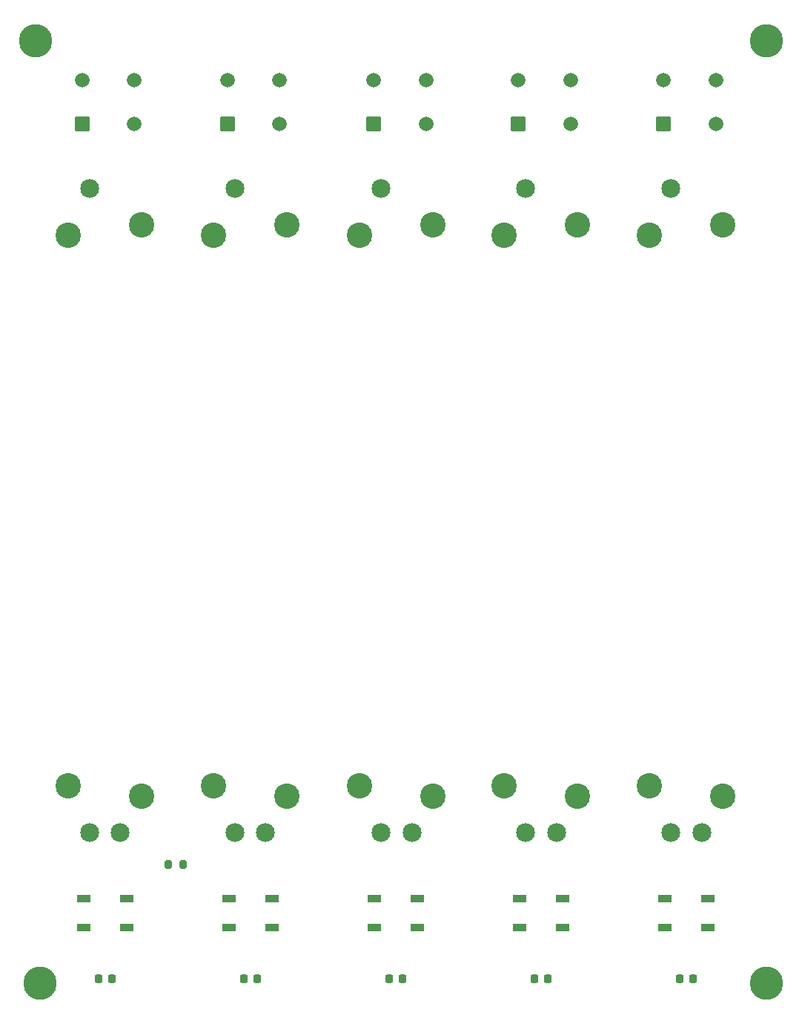
<source format=gbr>
%TF.GenerationSoftware,KiCad,Pcbnew,8.0.1*%
%TF.CreationDate,2024-03-29T21:28:49-04:00*%
%TF.ProjectId,mandreko-deej,6d616e64-7265-46b6-9f2d-6465656a2e6b,rev?*%
%TF.SameCoordinates,Original*%
%TF.FileFunction,Soldermask,Top*%
%TF.FilePolarity,Negative*%
%FSLAX46Y46*%
G04 Gerber Fmt 4.6, Leading zero omitted, Abs format (unit mm)*
G04 Created by KiCad (PCBNEW 8.0.1) date 2024-03-29 21:28:49*
%MOMM*%
%LPD*%
G01*
G04 APERTURE LIST*
G04 Aperture macros list*
%AMRoundRect*
0 Rectangle with rounded corners*
0 $1 Rounding radius*
0 $2 $3 $4 $5 $6 $7 $8 $9 X,Y pos of 4 corners*
0 Add a 4 corners polygon primitive as box body*
4,1,4,$2,$3,$4,$5,$6,$7,$8,$9,$2,$3,0*
0 Add four circle primitives for the rounded corners*
1,1,$1+$1,$2,$3*
1,1,$1+$1,$4,$5*
1,1,$1+$1,$6,$7*
1,1,$1+$1,$8,$9*
0 Add four rect primitives between the rounded corners*
20,1,$1+$1,$2,$3,$4,$5,0*
20,1,$1+$1,$4,$5,$6,$7,0*
20,1,$1+$1,$6,$7,$8,$9,0*
20,1,$1+$1,$8,$9,$2,$3,0*%
G04 Aperture macros list end*
%ADD10RoundRect,0.225000X-0.225000X-0.250000X0.225000X-0.250000X0.225000X0.250000X-0.225000X0.250000X0*%
%ADD11RoundRect,0.102000X-0.729000X-0.729000X0.729000X-0.729000X0.729000X0.729000X-0.729000X0.729000X0*%
%ADD12C,1.662000*%
%ADD13C,3.800000*%
%ADD14C,2.154000*%
%ADD15C,2.904000*%
%ADD16R,1.500000X0.900000*%
%ADD17RoundRect,0.200000X-0.200000X-0.275000X0.200000X-0.275000X0.200000X0.275000X-0.200000X0.275000X0*%
G04 APERTURE END LIST*
D10*
%TO.C,C1*%
X119686900Y-149500000D03*
X118136900Y-149500000D03*
%TD*%
D11*
%TO.C,S2*%
X132873700Y-52000000D03*
D12*
X138873700Y-52000000D03*
X132873700Y-47000000D03*
X138873700Y-47000000D03*
%TD*%
D13*
%TO.C,TopLeftMountingHole*%
X111000000Y-42500000D03*
%TD*%
D14*
%TO.C,R2*%
X133761200Y-132850000D03*
X137261200Y-132850000D03*
X133761200Y-59350000D03*
D15*
X131311200Y-127500000D03*
X139711200Y-128700000D03*
X131311200Y-64700000D03*
X139711200Y-63500000D03*
%TD*%
D11*
%TO.C,S3*%
X149562500Y-52000000D03*
D12*
X155562500Y-52000000D03*
X149562500Y-47000000D03*
X155562500Y-47000000D03*
%TD*%
D13*
%TO.C,TopRightMountingHole*%
X194500000Y-42500000D03*
%TD*%
D14*
%TO.C,R3*%
X150450000Y-132850000D03*
X153950000Y-132850000D03*
X150450000Y-59350000D03*
D15*
X148000000Y-127500000D03*
X156400000Y-128700000D03*
X148000000Y-64700000D03*
X156400000Y-63500000D03*
%TD*%
D10*
%TO.C,C5*%
X184534000Y-149500000D03*
X186084000Y-149500000D03*
%TD*%
D16*
%TO.C,D2*%
X133061200Y-140350000D03*
X133061200Y-143650000D03*
X137961200Y-143650000D03*
X137961200Y-140350000D03*
%TD*%
D17*
%TO.C,R6*%
X126175000Y-136500000D03*
X127825000Y-136500000D03*
%TD*%
D11*
%TO.C,S4*%
X166072200Y-52000000D03*
D12*
X172072200Y-52000000D03*
X166072200Y-47000000D03*
X172072200Y-47000000D03*
%TD*%
D14*
%TO.C,R1*%
X117161900Y-132850000D03*
X120661900Y-132850000D03*
X117161900Y-59350000D03*
D15*
X114711900Y-127500000D03*
X123111900Y-128700000D03*
X114711900Y-64700000D03*
X123111900Y-63500000D03*
%TD*%
D11*
%TO.C,S1*%
X116274400Y-52000000D03*
D12*
X122274400Y-52000000D03*
X116274400Y-47000000D03*
X122274400Y-47000000D03*
%TD*%
D16*
%TO.C,D5*%
X182859000Y-140350000D03*
X182859000Y-143650000D03*
X187759000Y-143650000D03*
X187759000Y-140350000D03*
%TD*%
D10*
%TO.C,C4*%
X167934700Y-149500000D03*
X169484700Y-149500000D03*
%TD*%
D16*
%TO.C,D1*%
X121361900Y-140350000D03*
X121361900Y-143650000D03*
X116461900Y-143650000D03*
X116461900Y-140350000D03*
%TD*%
%TO.C,D4*%
X166259700Y-140350000D03*
X166259700Y-143650000D03*
X171159700Y-143650000D03*
X171159700Y-140350000D03*
%TD*%
D13*
%TO.C,BottomRightMountingHole*%
X194500000Y-150000000D03*
%TD*%
D16*
%TO.C,D3*%
X149660500Y-140350000D03*
X149660500Y-143650000D03*
X154560500Y-143650000D03*
X154560500Y-140350000D03*
%TD*%
D11*
%TO.C,S5*%
X182671500Y-52000000D03*
D12*
X188671500Y-52000000D03*
X182671500Y-47000000D03*
X188671500Y-47000000D03*
%TD*%
D14*
%TO.C,R4*%
X166959700Y-132850000D03*
X170459700Y-132850000D03*
X166959700Y-59350000D03*
D15*
X164509700Y-127500000D03*
X172909700Y-128700000D03*
X164509700Y-64700000D03*
X172909700Y-63500000D03*
%TD*%
D10*
%TO.C,C2*%
X134736200Y-149500000D03*
X136286200Y-149500000D03*
%TD*%
D13*
%TO.C,BottomLeftMountingHole*%
X111500000Y-150000000D03*
%TD*%
D14*
%TO.C,R5*%
X183559000Y-132850000D03*
X187059000Y-132850000D03*
X183559000Y-59350000D03*
D15*
X181109000Y-127500000D03*
X189509000Y-128700000D03*
X181109000Y-64700000D03*
X189509000Y-63500000D03*
%TD*%
D10*
%TO.C,C3*%
X151335500Y-149500000D03*
X152885500Y-149500000D03*
%TD*%
M02*

</source>
